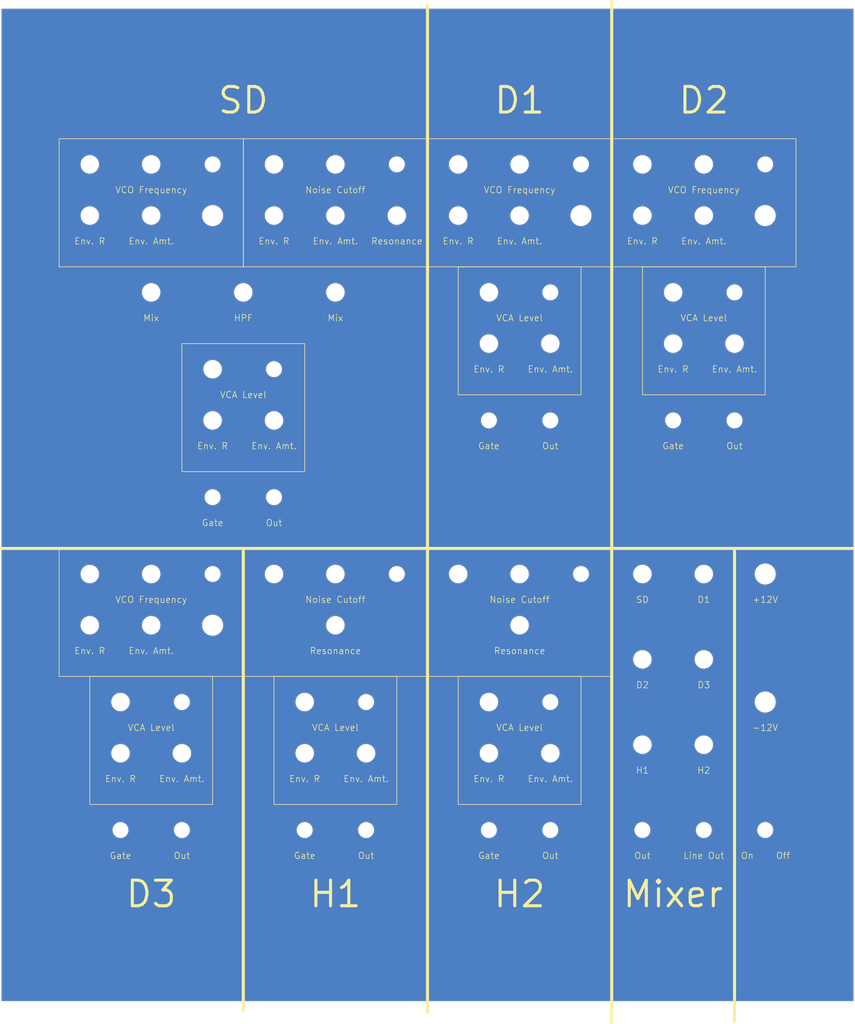
<source format=kicad_pcb>
(kicad_pcb (version 20211014) (generator pcbnew)
  (layers (0 "F.Cu" signal) (31 "B.Cu" signal) (34 "B.Paste" user) (35 "F.Paste" user) (36 "B.SilkS" user "B.Silkscreen") (37 "F.SilkS" user "F.Silkscreen") (38 "B.Mask" user) (39 "F.Mask" user) (44 "Edge.Cuts" user))
  (net 0 "")
  (gr_rect (start 22.8 177.6) (end 70.8 227.6) (layer "F.SilkS") (width 0.25) (fill none))
  (gr_rect (start 82.8 -32.4) (end 154.8 17.6) (layer "F.SilkS") (width 0.25) (fill none))
  (gr_rect (start 82.8 127.6) (end 154.8 177.6) (layer "F.SilkS") (width 0.25) (fill none))
  (gr_rect (start 154.8 127.6) (end 226.8 177.6) (layer "F.SilkS") (width 0.25) (fill none))
  (gr_rect (start 166.8 17.6) (end 214.8 67.6) (layer "F.SilkS") (width 0.25) (fill none))
  (gr_rect (start 226.8 -32.4) (end 298.8 17.6) (layer "F.SilkS") (width 0.25) (fill none))
  (gr_line (start 226.8 -86) (end 226.8 127.6) (layer "F.SilkS") (width 1.2))
  (gr_rect (start 238.8 17.6) (end 286.8 67.6) (layer "F.SilkS") (width 0.25) (fill none))
  (gr_rect (start 94.8 177.6) (end 142.8 227.6) (layer "F.SilkS") (width 0.25) (fill none))
  (gr_line (start 154.8 127.6) (end 154.8 308.8) (layer "F.SilkS") (width 1.2))
  (gr_line (start 154.8 -84.6) (end 154.8 127.6) (layer "F.SilkS") (width 1.2))
  (gr_rect (start 10.8 127.6) (end 82.8 177.6) (layer "F.SilkS") (width 0.25) (fill none))
  (gr_rect (start 58.8 47.6) (end 106.8 97.6) (layer "F.SilkS") (width 0.25) (fill none))
  (gr_rect (start 166.8 177.6) (end 214.8 227.6) (layer "F.SilkS") (width 0.25) (fill none))
  (gr_line (start 274.8 127.6) (end 274.8 312.6) (layer "F.SilkS") (width 1.2))
  (gr_line (start -11.7 127.6) (end 321.3 127.6) (layer "F.SilkS") (width 1.2))
  (gr_line (start 226.8 127.6) (end 226.8 312.8) (layer "F.SilkS") (width 1.2))
  (gr_rect (start 10.8 -32.4) (end 82.8 17.6) (layer "F.SilkS") (width 0.25) (fill none))
  (gr_line (start 82.8 127.6) (end 82.8 308.1) (layer "F.SilkS") (width 1.2))
  (gr_rect (start 154.8 -32.4) (end 226.8 17.6) (layer "F.SilkS") (width 0.25) (fill none))
  (gr_circle (center 166.8 -22.4) (end 170.4 -22.4) (layer "Edge.Cuts") (width 0.1) (fill none))
  (gr_circle (center 274.8 77.6) (end 277.9 77.6) (layer "Edge.Cuts") (width 0.1) (fill none))
  (gr_circle (center 274.8 47.6) (end 278.4 47.6) (layer "Edge.Cuts") (width 0.1) (fill none))
  (gr_circle (center 202.8 207.6) (end 206.4 207.6) (layer "Edge.Cuts") (width 0.1) (fill none))
  (gr_circle (center 142.8 -22.4) (end 145.9 -22.4) (layer "Edge.Cuts") (width 0.1) (fill none))
  (gr_circle (center 202.8 237.6) (end 205.9 237.6) (layer "Edge.Cuts") (width 0.1) (fill none))
  (gr_circle (center 178.8 187.6) (end 182.4 187.6) (layer "Edge.Cuts") (width 0.1) (fill none))
  (gr_circle (center 70.8 77.6) (end 74.4 77.6) (layer "Edge.Cuts") (width 0.1) (fill none))
  (gr_circle (center 58.8 207.6) (end 62.4 207.6) (layer "Edge.Cuts") (width 0.1) (fill none))
  (gr_circle (center 94.8 57.6) (end 97.9 57.6) (layer "Edge.Cuts") (width 0.1) (fill none))
  (gr_circle (center 166.8 -2.4) (end 170.4 -2.4) (layer "Edge.Cuts") (width 0.1) (fill none))
  (gr_circle (center 214.8 -22.4) (end 217.9 -22.4) (layer "Edge.Cuts") (width 0.1) (fill none))
  (gr_circle (center 106.8 207.6) (end 110.4 207.6) (layer "Edge.Cuts") (width 0.1) (fill none))
  (gr_circle (center 58.8 187.6) (end 61.9 187.6) (layer "Edge.Cuts") (width 0.1) (fill none))
  (gr_circle (center 202.8 47.6) (end 206.4 47.6) (layer "Edge.Cuts") (width 0.1) (fill none))
  (gr_circle (center 118.8 -2.4) (end 122.4 -2.4) (layer "Edge.Cuts") (width 0.1) (fill none))
  (gr_circle (center 262.8 204.266666) (end 266.4 204.266666) (layer "Edge.Cuts") (width 0.1) (fill none))
  (gr_circle (center 82.8 27.6) (end 86.4 27.6) (layer "Edge.Cuts") (width 0.1) (fill none))
  (gr_circle (center 178.8 47.6) (end 182.4 47.6) (layer "Edge.Cuts") (width 0.1) (fill none))
  (gr_circle (center 58.8 237.6) (end 61.9 237.6) (layer "Edge.Cuts") (width 0.1) (fill none))
  (gr_circle (center 262.8 -2.4) (end 266.4 -2.4) (layer "Edge.Cuts") (width 0.1) (fill none))
  (gr_circle (center 46.8 -2.4) (end 50.4 -2.4) (layer "Edge.Cuts") (width 0.1) (fill none))
  (gr_circle (center 22.8 -2.4) (end 26.4 -2.4) (layer "Edge.Cuts") (width 0.1) (fill none))
  (gr_circle (center 274.8 27.6) (end 277.9 27.6) (layer "Edge.Cuts") (width 0.1) (fill none))
  (gr_circle (center 130.8 237.6) (end 133.9 237.6) (layer "Edge.Cuts") (width 0.1) (fill none))
  (gr_circle (center 202.8 187.6) (end 205.9 187.6) (layer "Edge.Cuts") (width 0.1) (fill none))
  (gr_circle (center 46.8 157.6) (end 50.4 157.6) (layer "Edge.Cuts") (width 0.1) (fill none))
  (gr_circle (center 250.8 77.6) (end 253.9 77.6) (layer "Edge.Cuts") (width 0.1) (fill none))
  (gr_circle (center 118.8 27.6) (end 122.4 27.6) (layer "Edge.Cuts") (width 0.1) (fill none))
  (gr_circle (center 202.8 27.6) (end 205.9 27.6) (layer "Edge.Cuts") (width 0.1) (fill none))
  (gr_circle (center 166.8 137.6) (end 170.4 137.6) (layer "Edge.Cuts") (width 0.1) (fill none))
  (gr_circle (center 250.8 47.6) (end 254.4 47.6) (layer "Edge.Cuts") (width 0.1) (fill none))
  (gr_circle (center 34.8 207.6) (end 38.4 207.6) (layer "Edge.Cuts") (width 0.1) (fill none))
  (gr_circle (center 262.8 237.6) (end 265.9 237.6) (layer "Edge.Cuts") (width 0.1) (fill none))
  (gr_circle (center 286.8 -22.4) (end 289.9 -22.4) (layer "Edge.Cuts") (width 0.1) (fill none))
  (gr_circle (center 22.8 157.6) (end 26.4 157.6) (layer "Edge.Cuts") (width 0.1) (fill none))
  (gr_circle (center 70.8 107.6) (end 73.9 107.6) (layer "Edge.Cuts") (width 0.1) (fill none))
  (gr_circle (center 286.8 237.6) (end 289.9 237.6) (layer "Edge.Cuts") (width 0.1) (fill none))
  (gr_circle (center 94.8 -22.4) (end 98.4 -22.4) (layer "Edge.Cuts") (width 0.1) (fill none))
  (gr_circle (center 106.8 187.6) (end 110.4 187.6) (layer "Edge.Cuts") (width 0.1) (fill none))
  (gr_circle (center 262.8 137.6) (end 266.4 137.6) (layer "Edge.Cuts") (width 0.1) (fill none))
  (gr_circle (center 238.8 -2.4) (end 242.4 -2.4) (layer "Edge.Cuts") (width 0.1) (fill none))
  (gr_circle (center 178.8 207.6) (end 182.4 207.6) (layer "Edge.Cuts") (width 0.1) (fill none))
  (gr_circle (center 286.8 137.6) (end 290.9 137.6) (layer "Edge.Cuts") (width 0.1) (fill none))
  (gr_circle (center 94.8 137.6) (end 98.4 137.6) (layer "Edge.Cuts") (width 0.1) (fill none))
  (gr_circle (center 70.8 -22.4) (end 73.9 -22.4) (layer "Edge.Cuts") (width 0.1) (fill none))
  (gr_circle (center 190.8 -22.4) (end 194.4 -22.4) (layer "Edge.Cuts") (width 0.1) (fill none))
  (gr_circle (center 238.8 137.6) (end 242.4 137.6) (layer "Edge.Cuts") (width 0.1) (fill none))
  (gr_circle (center 70.8 137.6) (end 73.9 137.6) (layer "Edge.Cuts") (width 0.1) (fill none))
  (gr_circle (center 46.8 -22.4) (end 50.4 -22.4) (layer "Edge.Cuts") (width 0.1) (fill none))
  (gr_circle (center 202.8 77.6) (end 205.9 77.6) (layer "Edge.Cuts") (width 0.1) (fill none))
  (gr_circle (center 262.8 170.933333) (end 266.4 170.933333) (layer "Edge.Cuts") (width 0.1) (fill none))
  (gr_circle (center 238.8 237.6) (end 241.9 237.6) (layer "Edge.Cuts") (width 0.1) (fill none))
  (gr_circle (center 106.8 237.6) (end 109.9 237.6) (layer "Edge.Cuts") (width 0.1) (fill none))
  (gr_circle (center 94.8 77.6) (end 98.4 77.6) (layer "Edge.Cuts") (width 0.1) (fill none))
  (gr_circle (center 190.8 137.6) (end 194.4 137.6) (layer "Edge.Cuts") (width 0.1) (fill none))
  (gr_circle (center 190.8 157.6) (end 194.4 157.6) (layer "Edge.Cuts") (width 0.1) (fill none))
  (gr_circle (center 34.8 237.6) (end 37.9 237.6) (layer "Edge.Cuts") (width 0.1) (fill none))
  (gr_circle (center 238.8 -22.4) (end 242.4 -22.4) (layer "Edge.Cuts") (width 0.1) (fill none))
  (gr_circle (center 118.8 -22.4) (end 122.4 -22.4) (layer "Edge.Cuts") (width 0.1) (fill none))
  (gr_circle (center 46.8 137.6) (end 50.4 137.6) (layer "Edge.Cuts") (width 0.1) (fill none))
  (gr_circle (center 142.8 -2.4) (end 146.4 -2.4) (layer "Edge.Cuts") (width 0.1) (fill none))
  (gr_circle (center 286.8 -2.4) (end 290.9 -2.4) (layer "Edge.Cuts") (width 0.1) (fill none))
  (gr_circle (center 178.8 237.6) (end 181.9 237.6) (layer "Edge.Cuts") (width 0.1) (fill none))
  (gr_circle (center 94.8 107.6) (end 97.9 107.6) (layer "Edge.Cuts") (width 0.1) (fill none))
  (gr_circle (center 118.8 137.6) (end 122.4 137.6) (layer "Edge.Cuts") (width 0.1) (fill none))
  (gr_circle (center 22.8 -22.4) (end 26.4 -22.4) (layer "Edge.Cuts") (width 0.1) (fill none))
  (gr_circle (center 142.8 137.6) (end 145.9 137.6) (layer "Edge.Cuts") (width 0.1) (fill none))
  (gr_circle (center 178.8 27.6) (end 182.4 27.6) (layer "Edge.Cuts") (width 0.1) (fill none))
  (gr_circle (center 118.8 157.6) (end 122.4 157.6) (layer "Edge.Cuts") (width 0.1) (fill none))
  (gr_circle (center 94.8 -2.4) (end 98.4 -2.4) (layer "Edge.Cuts") (width 0.1) (fill none))
  (gr_circle (center 286.8 187.6) (end 290.9 187.6) (layer "Edge.Cuts") (width 0.1) (fill none))
  (gr_circle (center 250.8 27.6) (end 254.4 27.6) (layer "Edge.Cuts") (width 0.1) (fill none))
  (gr_circle (center 190.8 -2.4) (end 194.4 -2.4) (layer "Edge.Cuts") (width 0.1) (fill none))
  (gr_circle (center 130.8 207.6) (end 134.4 207.6) (layer "Edge.Cuts") (width 0.1) (fill none))
  (gr_circle (center 178.8 77.6) (end 181.9 77.6) (layer "Edge.Cuts") (width 0.1) (fill none))
  (gr_circle (center 34.8 187.6) (end 38.4 187.6) (layer "Edge.Cuts") (width 0.1) (fill none))
  (gr_circle (center 130.8 187.6) (end 133.9 187.6) (layer "Edge.Cuts") (width 0.1) (fill none))
  (gr_circle (center 262.8 -22.4) (end 266.4 -22.4) (layer "Edge.Cuts") (width 0.1) (fill none))
  (gr_circle (center 70.8 -2.4) (end 74.9 -2.4) (layer "Edge.Cuts") (width 0.1) (fill none))
  (gr_circle (center 214.8 137.6) (end 217.9 137.6) (layer "Edge.Cuts") (width 0.1) (fill none))
  (gr_circle (center 238.8 170.933333) (end 242.4 170.933333) (layer "Edge.Cuts") (width 0.1) (fill none))
  (gr_circle (center 70.8 157.6) (end 74.9 157.6) (layer "Edge.Cuts") (width 0.1) (fill none))
  (gr_rect (start -11.7 -83.2) (end 321.3 304.4) (layer "Edge.Cuts") (width 0.1) (fill none))
  (gr_circle (center 70.8 57.6) (end 74.4 57.6) (layer "Edge.Cuts") (width 0.1) (fill none))
  (gr_circle (center 238.8 204.266666) (end 242.4 204.266666) (layer "Edge.Cuts") (width 0.1) (fill none))
  (gr_circle (center 46.8 27.6) (end 50.4 27.6) (layer "Edge.Cuts") (width 0.1) (fill none))
  (gr_circle (center 22.8 137.6) (end 26.4 137.6) (layer "Edge.Cuts") (width 0.1) (fill none))
  (gr_circle (center 214.8 -2.4) (end 218.9 -2.4) (layer "Edge.Cuts") (width 0.1) (fill none))
  (gr_text "Out" (at 130.8 247.6) (layer "F.SilkS") (effects (font (size 2.5 2.5) (thickness 0.25))))
  (gr_text "Noise Cutoff" (at 190.8 147.6) (layer "F.SilkS") (effects (font (size 2.5 2.5) (thickness 0.25))))
  (gr_text "Off" (at 293.8 247.6) (layer "F.SilkS") (effects (font (size 2.5 2.5) (thickness 0.25))))
  (gr_text "Env. Amt." (at 58.8 217.6) (layer "F.SilkS") (effects (font (size 2.5 2.5) (thickness 0.25))))
  (gr_text "Env. Amt." (at 94.8 87.6) (layer "F.SilkS") (effects (font (size 2.5 2.5) (thickness 0.25))))
  (gr_text "Gate" (at 34.8 247.6) (layer "F.SilkS") (effects (font (size 2.5 2.5) (thickness 0.25))))
  (gr_text "SD" (at 238.8 147.6) (layer "F.SilkS") (effects (font (size 2.5 2.5) (thickness 0.25))))
  (gr_text "Resonance" (at 118.8 167.6) (layer "F.SilkS") (effects (font (size 2.5 2.5) (thickness 0.25))))
  (gr_text "Out" (at 202.8 87.6) (layer "F.SilkS") (effects (font (size 2.5 2.5) (thickness 0.25))))
  (gr_text "Env. Amt." (at 202.8 57.6) (layer "F.SilkS") (effects (font (size 2.5 2.5) (thickness 0.25))))
  (gr_text "VCA Level" (at 118.8 197.6) (layer "F.SilkS") (effects (font (size 2.5 2.5) (thickness 0.25))))
  (gr_text "Out" (at 94.8 117.6) (layer "F.SilkS") (effects (font (size 2.5 2.5) (thickness 0.25))))
  (gr_text "Out" (at 58.8 247.6) (layer "F.SilkS") (effects (font (size 2.5 2.5) (thickness 0.25))))
  (gr_text "Gate" (at 250.8 87.6) (layer "F.SilkS") (effects (font (size 2.5 2.5) (thickness 0.25))))
  (gr_text "H1" (at 238.8 214.266666) (layer "F.SilkS") (effects (font (size 2.5 2.5) (thickness 0.25))))
  (gr_text "H1" (at 118.8 262.6) (layer "F.SilkS") (effects (font (size 10 10) (thickness 1.2))))
  (gr_text "Mixer" (at 250.8 262.6) (layer "F.SilkS") (effects (font (size 10 10) (thickness 1.2))))
  (gr_text "Resonance" (at 190.8 167.6) (layer "F.SilkS") (effects (font (size 2.5 2.5) (thickness 0.25))))
  (gr_text "Mix" (at 118.8 37.6) (layer "F.SilkS") (effects (font (size 2.5 2.5) (thickness 0.25))))
  (gr_text "Env. R" (at 250.8 57.6) (layer "F.SilkS") (effects (font (size 2.5 2.5) (thickness 0.25))))
  (gr_text "Env. R" (at 22.8 167.6) (layer "F.SilkS") (effects (font (size 2.5 2.5) (thickness 0.25))))
  (gr_text "VCO Frequency" (at 46.8 -12.4) (layer "F.SilkS") (effects (font (size 2.5 2.5) (thickness 0.25))))
  (gr_text "Env. R" (at 178.8 57.6) (layer "F.SilkS") (effects (font (size 2.5 2.5) (thickness 0.25))))
  (gr_text "-12V" (at 286.8 197.6) (layer "F.SilkS") (effects (font (size 2.5 2.5) (thickness 0.25))))
  (gr_text "Env. R" (at 70.8 87.6) (layer "F.SilkS") (effects (font (size 2.5 2.5) (thickness 0.25))))
  (gr_text "Mix" (at 46.8 37.6) (layer "F.SilkS") (effects (font (size 2.5 2.5) (thickness 0.25))))
  (gr_text "Resonance" (at 142.8 7.6) (layer "F.SilkS") (effects (font (size 2.5 2.5) (thickness 0.25))))
  (gr_text "VCO Frequency" (at 262.8 -12.4) (layer "F.SilkS") (effects (font (size 2.5 2.5) (thickness 0.25))))
  (gr_text "VCA Level" (at 82.8 67.6) (layer "F.SilkS") (effects (font (size 2.5 2.5) (thickness 0.25))))
  (gr_text "Gate" (at 178.8 247.6) (layer "F.SilkS") (effects (font (size 2.5 2.5) (thickness 0.25))))
  (gr_text "H2" (at 262.8 214.266666) (layer "F.SilkS") (effects (font (size 2.5 2.5) (thickness 0.25))))
  (gr_text "D1" (at 262.8 147.6) (layer "F.SilkS") (effects (font (size 2.5 2.5) (thickness 0.25))))
  (gr_text "Env. Amt." (at 190.8 7.6) (layer "F.SilkS") (effects (font (size 2.5 2.5) (thickness 0.25))))
  (gr_text "D2" (at 262.8 -47.4) (layer "F.SilkS") (effects (font (size 10 10) (thickness 1.2))))
  (gr_text "D3" (at 262.8 180.933333) (layer "F.SilkS") (effects (font (size 2.5 2.5) (thickness 0.25))))
  (gr_text "Line Out" (at 262.8 247.6) (layer "F.SilkS") (effects (font (size 2.5 2.5) (thickness 0.25))))
  (gr_text "Env. R" (at 22.8 7.6) (layer "F.SilkS") (effects (font (size 2.5 2.5) (thickness 0.25))))
  (gr_text "Env. R" (at 34.8 217.6) (layer "F.SilkS") (effects (font (size 2.5 2.5) (thickness 0.25))))
  (gr_text "VCA Level" (at 190.8 197.6) (layer "F.SilkS") (effects (font (size 2.5 2.5) (thickness 0.25))))
  (gr_text "VCA Level" (at 262.8 37.6) (layer "F.SilkS") (effects (font (size 2.5 2.5) (thickness 0.25))))
  (gr_text "On" (at 279.8 247.6) (layer "F.SilkS") (effects (font (size 2.5 2.5) (thickness 0.25))))
  (gr_text "VCA Level" (at 190.8 37.6) (layer "F.SilkS") (effects (font (size 2.5 2.5) (thickness 0.25))))
  (gr_text "SD" (at 82.8 -47.4) (layer "F.SilkS") (effects (font (size 10 10) (thickness 1.2))))
  (gr_text "Env. R" (at 238.8 7.6) (layer "F.SilkS") (effects (font (size 2.5 2.5) (thickness 0.25))))
  (gr_text "VCO Frequency" (at 190.8 -12.4) (layer "F.SilkS") (effects (font (size 2.5 2.5) (thickness 0.25))))
  (gr_text "D3" (at 46.8 262.6) (layer "F.SilkS") (effects (font (size 10 10) (thickness 1.2))))
  (gr_text "Env. Amt." (at 118.8 7.6) (layer "F.SilkS") (effects (font (size 2.5 2.5) (thickness 0.25))))
  (gr_text "+12V" (at 286.8 147.6) (layer "F.SilkS") (effects (font (size 2.5 2.5) (thickness 0.25))))
  (gr_text "Env. R" (at 178.8 217.6) (layer "F.SilkS") (effects (font (size 2.5 2.5) (thickness 0.25))))
  (gr_text "Env. R" (at 166.8 7.6) (layer "F.SilkS") (effects (font (size 2.5 2.5) (thickness 0.25))))
  (gr_text "D2" (at 238.8 180.933333) (layer "F.SilkS") (effects (font (size 2.5 2.5) (thickness 0.25))))
  (gr_text "HPF" (at 82.8 37.6) (layer "F.SilkS") (effects (font (size 2.5 2.5) (thickness 0.25))))
  (gr_text "H2" (at 190.8 262.6) (layer "F.SilkS") (effects (font (size 10 10) (thickness 1.2))))
  (gr_text "Env. Amt." (at 130.8 217.6) (layer "F.SilkS") (effects (font (size 2.5 2.5) (thickness 0.25))))
  (gr_text "Env. Amt." (at 262.8 7.6) (layer "F.SilkS") (effects (font (size 2.5 2.5) (thickness 0.25))))
  (gr_text "Env. Amt." (at 202.8 217.6) (layer "F.SilkS") (effects (font (size 2.5 2.5) (thickness 0.25))))
  (gr_text "Gate" (at 178.8 87.6) (layer "F.SilkS") (effects (font (size 2.5 2.5) (thickness 0.25))))
  (gr_text "Out" (at 238.8 247.6) (layer "F.SilkS") (effects (font (size 2.5 2.5) (thickness 0.25))))
  (gr_text "Out" (at 202.8 247.6) (layer "F.SilkS") (effects (font (size 2.5 2.5) (thickness 0.25))))
  (gr_text "Gate" (at 70.8 117.6) (layer "F.SilkS") (effects (font (size 2.5 2.5) (thickness 0.25))))
  (gr_text "Noise Cutoff" (at 118.8 147.6) (layer "F.SilkS") (effects (font (size 2.5 2.5) (thickness 0.25))))
  (gr_text "VCA Level" (at 46.8 197.6) (layer "F.SilkS") (effects (font (size 2.5 2.5) (thickness 0.25))))
  (gr_text "Out" (at 274.8 87.6) (layer "F.SilkS") (effects (font (size 2.5 2.5) (thickness 0.25))))
  (gr_text "Gate" (at 106.8 247.6) (layer "F.SilkS") (effects (font (size 2.5 2.5) (thickness 0.25))))
  (gr_text "Noise Cutoff" (at 118.8 -12.4) (layer "F.SilkS") (effects (font (size 2.5 2.5) (thickness 0.25))))
  (gr_text "Env. Amt." (at 46.8 167.6) (layer "F.SilkS") (effects (font (size 2.5 2.5) (thickness 0.25))))
  (gr_text "Env. R" (at 94.8 7.6) (layer "F.SilkS") (effects (font (size 2.5 2.5) (thickness 0.25))))
  (gr_text "Env. Amt." (at 274.8 57.6) (layer "F.SilkS") (effects (font (size 2.5 2.5) (thickness 0.25))))
  (gr_text "VCO Frequency" (at 46.8 147.6) (layer "F.SilkS") (effects (font (size 2.5 2.5) (thickness 0.25))))
  (gr_text "Env. R" (at 106.8 217.6) (layer "F.SilkS") (effects (font (size 2.5 2.5) (thickness 0.25))))
  (gr_text "D1" (at 190.8 -47.4) (layer "F.SilkS") (effects (font (size 10 10) (thickness 1.2))))
  (gr_text "Env. Amt." (at 46.8 7.6) (layer "F.SilkS") (effects (font (size 2.5 2.5) (thickness 0.25))))
  (zone (net 0) (net_name "") (layer "F.Cu") (connect_pads (clearance 0)) (min_thickness 0.254) (fill yes (thermal_gap 0.508) (thermal_bridge_width 0.508))
    (polygon (pts (xy 321.4 304.5) (xy -11.8 304.5) (xy -11.8 -83.3) (xy 321.4 -83.3)))
  )
  (zone (net 0) (net_name "") (layer "B.Cu") (connect_pads (clearance 0)) (min_thickness 0.254) (fill yes (thermal_gap 0.508) (thermal_bridge_width 0.508))
    (polygon (pts (xy 321.4 304.5) (xy -11.8 304.5) (xy -11.8 -83.3) (xy 321.4 -83.3)))
  )
)
</source>
